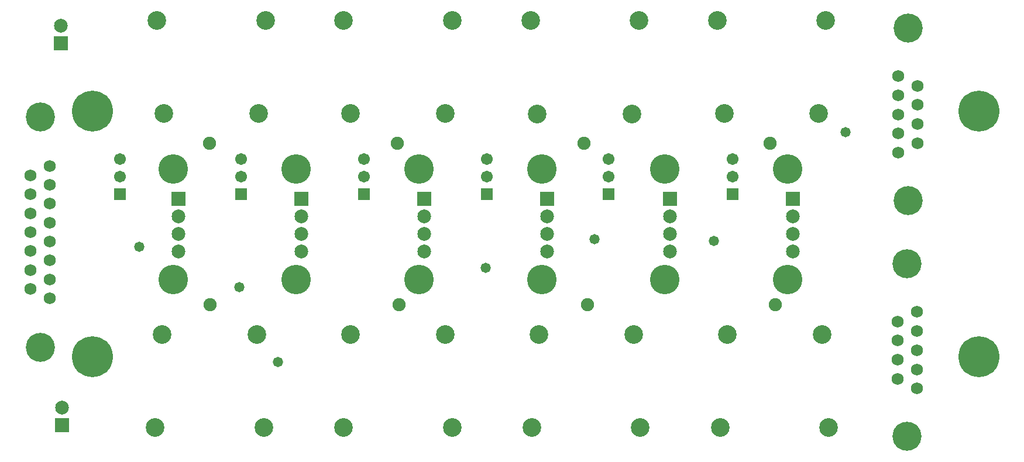
<source format=gbs>
G04*
G04 #@! TF.GenerationSoftware,Altium Limited,Altium Designer,20.0.11 (256)*
G04*
G04 Layer_Color=16711935*
%FSLAX25Y25*%
%MOIN*%
G70*
G01*
G75*
%ADD16C,0.07493*%
%ADD17C,0.10642*%
%ADD18C,0.07847*%
%ADD19R,0.07847X0.07847*%
%ADD20C,0.06800*%
%ADD21C,0.16548*%
%ADD22R,0.06706X0.06706*%
%ADD23C,0.06706*%
%ADD24C,0.16800*%
%ADD25C,0.23300*%
%ADD26C,0.05800*%
D16*
X146000Y186500D02*
D03*
X253000D02*
D03*
X359500D02*
D03*
X465500D02*
D03*
X468500Y94500D02*
D03*
X361500D02*
D03*
X254000D02*
D03*
X146500D02*
D03*
D17*
X173974Y203500D02*
D03*
X120037D02*
D03*
X177911Y256650D02*
D03*
X116100D02*
D03*
X226437Y77650D02*
D03*
X280374D02*
D03*
X222500Y24500D02*
D03*
X284311D02*
D03*
X441000Y77650D02*
D03*
X494937D02*
D03*
X437063Y24500D02*
D03*
X498874D02*
D03*
X333626Y77650D02*
D03*
X387563D02*
D03*
X329689Y24500D02*
D03*
X391500D02*
D03*
X119126Y77650D02*
D03*
X173063D02*
D03*
X115189Y24500D02*
D03*
X177000D02*
D03*
X435300Y256650D02*
D03*
X497111D02*
D03*
X439237Y203500D02*
D03*
X493174D02*
D03*
X328900Y256500D02*
D03*
X390711D02*
D03*
X332837Y203350D02*
D03*
X386774D02*
D03*
X222500Y256650D02*
D03*
X284311D02*
D03*
X226437Y203500D02*
D03*
X280374D02*
D03*
D18*
X62000Y36000D02*
D03*
X61500Y253500D02*
D03*
X478500Y125000D02*
D03*
Y135000D02*
D03*
Y145000D02*
D03*
X408500D02*
D03*
Y135000D02*
D03*
Y125000D02*
D03*
X338500Y145000D02*
D03*
Y135000D02*
D03*
Y125000D02*
D03*
X268500Y145000D02*
D03*
Y135000D02*
D03*
Y125000D02*
D03*
X198500Y145000D02*
D03*
Y135000D02*
D03*
Y125000D02*
D03*
X128500Y145000D02*
D03*
Y135000D02*
D03*
Y125000D02*
D03*
D19*
X62000Y26000D02*
D03*
X61500Y243500D02*
D03*
X478500Y155000D02*
D03*
X408500D02*
D03*
X338500D02*
D03*
X268500D02*
D03*
X198500D02*
D03*
X128500D02*
D03*
D20*
X55181Y162988D02*
D03*
Y152201D02*
D03*
Y141413D02*
D03*
Y130626D02*
D03*
Y119839D02*
D03*
Y109051D02*
D03*
X44000Y103638D02*
D03*
Y114425D02*
D03*
Y125213D02*
D03*
Y168362D02*
D03*
Y157575D02*
D03*
Y146787D02*
D03*
Y136000D02*
D03*
X55181Y173776D02*
D03*
Y98264D02*
D03*
X537910Y52335D02*
D03*
Y63240D02*
D03*
Y74146D02*
D03*
Y85051D02*
D03*
X549090Y90504D02*
D03*
Y79598D02*
D03*
Y46882D02*
D03*
Y57787D02*
D03*
Y68693D02*
D03*
X549500Y219406D02*
D03*
Y208500D02*
D03*
Y197594D02*
D03*
Y186689D02*
D03*
X538319Y181236D02*
D03*
Y192142D02*
D03*
Y224858D02*
D03*
Y213953D02*
D03*
Y203047D02*
D03*
D21*
X49591Y201610D02*
D03*
Y70390D02*
D03*
X543500Y19500D02*
D03*
Y117886D02*
D03*
X543910Y252240D02*
D03*
Y153854D02*
D03*
D22*
X444000Y157500D02*
D03*
X373500D02*
D03*
X304000D02*
D03*
X234000D02*
D03*
X164000D02*
D03*
X95000D02*
D03*
D23*
X444000Y167500D02*
D03*
Y177500D02*
D03*
X373500Y167500D02*
D03*
Y177500D02*
D03*
X304000Y167500D02*
D03*
Y177500D02*
D03*
X234000Y167500D02*
D03*
Y177500D02*
D03*
X164000Y167500D02*
D03*
Y177500D02*
D03*
X95000Y167500D02*
D03*
Y177500D02*
D03*
D24*
X475500Y109000D02*
D03*
Y172000D02*
D03*
X405500D02*
D03*
Y109000D02*
D03*
X335500Y172000D02*
D03*
Y109000D02*
D03*
X265500Y172000D02*
D03*
Y109000D02*
D03*
X195500Y172000D02*
D03*
Y109000D02*
D03*
X125500Y172000D02*
D03*
Y109000D02*
D03*
D25*
X584500Y65000D02*
D03*
Y205000D02*
D03*
X79500Y65000D02*
D03*
Y205000D02*
D03*
D26*
X163000Y104500D02*
D03*
X303500Y115500D02*
D03*
X433500Y131000D02*
D03*
X185000Y62000D02*
D03*
X508500Y193000D02*
D03*
X365500Y132000D02*
D03*
X106000Y127500D02*
D03*
M02*

</source>
